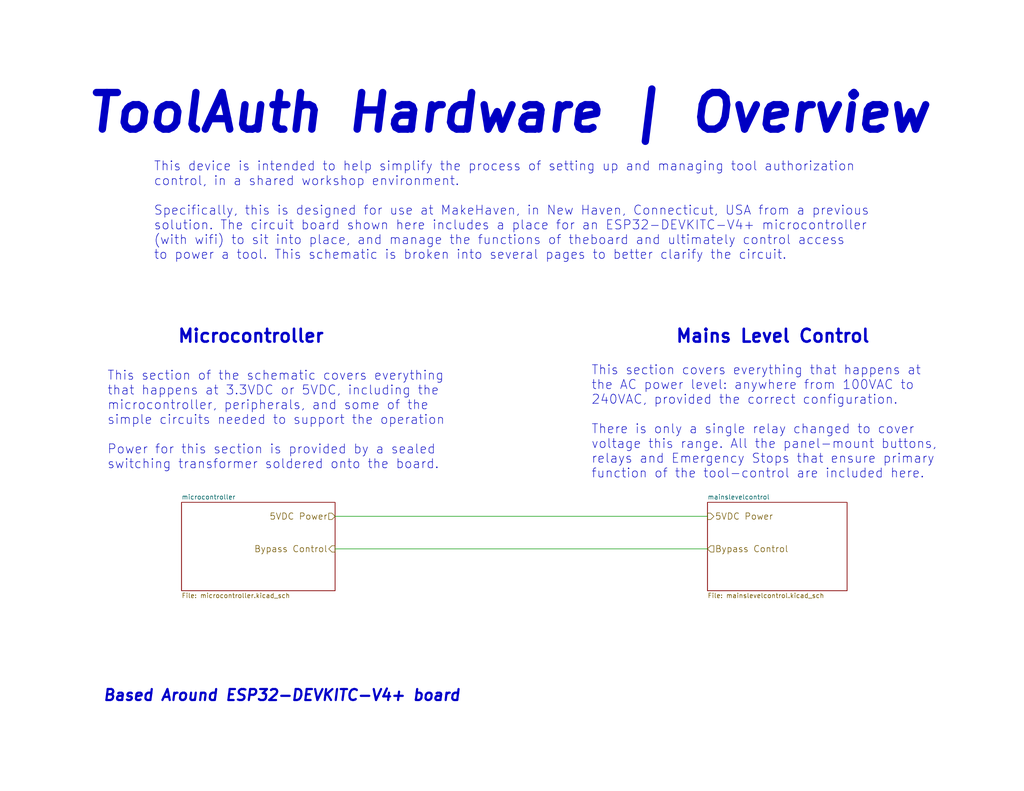
<source format=kicad_sch>
(kicad_sch
	(version 20231120)
	(generator "eeschema")
	(generator_version "8.0")
	(uuid "586efc0f-7de2-49a7-ac21-ecfef2f716d6")
	(paper "USLetter")
	(title_block
		(title "ToolAuth Hardware | Overview | ESP32-DEVKITC-V4")
		(date "2022-10-09")
		(rev "3")
		(company "Corey Rice & MakeHaven")
		(comment 1 "Highest Level Overview")
	)
	(lib_symbols)
	(wire
		(pts
			(xy 91.44 149.86) (xy 193.04 149.86)
		)
		(stroke
			(width 0)
			(type default)
		)
		(uuid "e409c250-7611-46bf-a72f-db15a916d878")
	)
	(wire
		(pts
			(xy 91.44 140.97) (xy 193.04 140.97)
		)
		(stroke
			(width 0)
			(type default)
		)
		(uuid "f53bef5d-2cc8-4f5f-b2f7-c50e505b3adb")
	)
	(text "ToolAuth Hardware | Overview"
		(exclude_from_sim no)
		(at 22.86 36.83 0)
		(effects
			(font
				(size 10 10)
				(thickness 2)
				(bold yes)
				(italic yes)
			)
			(justify left bottom)
		)
		(uuid "263a917f-5785-48e0-993a-40dec48716de")
	)
	(text "Mains Level Control"
		(exclude_from_sim no)
		(at 184.15 93.98 0)
		(effects
			(font
				(size 3.5 3.5)
				(bold yes)
			)
			(justify left bottom)
		)
		(uuid "971b8094-4f66-48ea-b6ee-866b005cea12")
	)
	(text "Microcontroller"
		(exclude_from_sim no)
		(at 48.26 93.98 0)
		(effects
			(font
				(size 3.5 3.5)
				(bold yes)
			)
			(justify left bottom)
		)
		(uuid "9f4c5b91-08f5-46ae-b027-5c82091afb5a")
	)
	(text "This section of the schematic covers everything \nthat happens at 3.3VDC or 5VDC, including the \nmicrocontroller, peripherals, and some of the \nsimple circuits needed to support the operation \n\nPower for this section is provided by a sealed \nswitching transformer soldered onto the board. "
		(exclude_from_sim no)
		(at 29.21 128.27 0)
		(effects
			(font
				(size 2.5 2.5)
			)
			(justify left bottom)
		)
		(uuid "b4951989-c724-4b23-a717-a76551f1df46")
	)
	(text "This device is intended to help simplify the process of setting up and managing tool authorization \ncontrol, in a shared workshop environment. \n\nSpecifically, this is designed for use at MakeHaven, in New Haven, Connecticut, USA from a previous\nsolution. The circuit board shown here includes a place for an ESP32-DEVKITC-V4+ microcontroller \n(with wifi) to sit into place, and manage the functions of theboard and ultimately control access \nto power a tool. This schematic is broken into several pages to better clarify the circuit.\n"
		(exclude_from_sim no)
		(at 41.91 71.12 0)
		(effects
			(font
				(size 2.5 2.5)
			)
			(justify left bottom)
		)
		(uuid "b6c06f01-68a4-445d-9847-bc7bc38fecfe")
	)
	(text "This section covers everything that happens at \nthe AC power level: anywhere from 100VAC to \n240VAC, provided the correct configuration. \n\nThere is only a single relay changed to cover \nvoltage this range. All the panel-mount buttons, \nrelays and Emergency Stops that ensure primary\nfunction of the tool-control are included here."
		(exclude_from_sim no)
		(at 161.29 130.81 0)
		(effects
			(font
				(size 2.5 2.5)
			)
			(justify left bottom)
		)
		(uuid "c5350b23-e74d-4c28-995e-678b48565038")
	)
	(text "Based Around ESP32-DEVKITC-V4+ board"
		(exclude_from_sim no)
		(at 27.94 191.77 0)
		(effects
			(font
				(size 3 3)
				(thickness 0.6)
				(bold yes)
				(italic yes)
			)
			(justify left bottom)
		)
		(uuid "dd05ed5c-2daf-46bc-bb9c-46fb44594e0f")
	)
	(hierarchical_label "5VDC Power"
		(shape output)
		(at 193.04 140.97 0)
		(fields_autoplaced yes)
		(effects
			(font
				(size 1.75 1.75)
			)
			(justify left)
		)
		(uuid "02352bb7-2c6b-4cd2-a253-8801698af309")
	)
	(hierarchical_label "Bypass Control"
		(shape output)
		(at 91.44 149.86 180)
		(fields_autoplaced yes)
		(effects
			(font
				(size 1.75 1.75)
			)
			(justify right)
		)
		(uuid "5655a042-307b-467e-a6c2-eaaa67d9e527")
	)
	(hierarchical_label "Bypass Control"
		(shape input)
		(at 193.04 149.86 0)
		(fields_autoplaced yes)
		(effects
			(font
				(size 1.75 1.75)
			)
			(justify left)
		)
		(uuid "a483d84a-fe3c-42fa-9fb5-8e6a1178ee19")
	)
	(hierarchical_label "5VDC Power"
		(shape input)
		(at 91.44 140.97 180)
		(fields_autoplaced yes)
		(effects
			(font
				(size 1.75 1.75)
			)
			(justify right)
		)
		(uuid "b863ac38-444a-4cf9-b209-eace26461232")
	)
	(sheet
		(at 49.53 137.16)
		(size 41.91 24.13)
		(fields_autoplaced yes)
		(stroke
			(width 0.1524)
			(type solid)
		)
		(fill
			(color 0 0 0 0.0000)
		)
		(uuid "3f0e9b91-fe15-47d5-84d6-aa71b368b91e")
		(property "Sheetname" "microcontroller"
			(at 49.53 136.4484 0)
			(effects
				(font
					(size 1.27 1.27)
				)
				(justify left bottom)
			)
		)
		(property "Sheetfile" "microcontroller.kicad_sch"
			(at 49.53 161.8746 0)
			(effects
				(font
					(size 1.27 1.27)
				)
				(justify left top)
			)
		)
		(instances
			(project "wing-combo"
				(path "/586efc0f-7de2-49a7-ac21-ecfef2f716d6"
					(page "2")
				)
			)
		)
	)
	(sheet
		(at 193.04 137.16)
		(size 38.1 24.13)
		(fields_autoplaced yes)
		(stroke
			(width 0.1524)
			(type solid)
		)
		(fill
			(color 0 0 0 0.0000)
		)
		(uuid "6f44f9bb-3a88-498d-9739-be3794f35f17")
		(property "Sheetname" "mainslevelcontrol"
			(at 193.04 136.4484 0)
			(effects
				(font
					(size 1.27 1.27)
				)
				(justify left bottom)
			)
		)
		(property "Sheetfile" "mainslevelcontrol.kicad_sch"
			(at 193.04 161.8746 0)
			(effects
				(font
					(size 1.27 1.27)
				)
				(justify left top)
			)
		)
		(instances
			(project "wing-combo"
				(path "/586efc0f-7de2-49a7-ac21-ecfef2f716d6"
					(page "7")
				)
			)
		)
	)
	(sheet_instances
		(path "/"
			(page "1")
		)
	)
)

</source>
